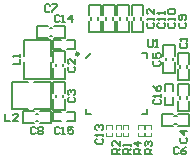
<source format=gto>
G04*
G04 #@! TF.GenerationSoftware,Altium Limited,Altium Designer,25.5.2 (35)*
G04*
G04 Layer_Color=14737632*
%FSLAX24Y24*%
%MOIN*%
G70*
G04*
G04 #@! TF.SameCoordinates,EDCD3BFB-4CC2-4931-B7ED-63257E98AB5E*
G04*
G04*
G04 #@! TF.FilePolarity,Positive*
G04*
G01*
G75*
%ADD10C,0.0098*%
%ADD11C,0.0060*%
%ADD12C,0.0079*%
%ADD13C,0.0059*%
%ADD14C,0.0049*%
%ADD15C,0.0050*%
D10*
X-1250Y984D02*
G03*
X-1250Y984I-49J0D01*
G01*
D11*
X-2096Y1161D02*
Y1437D01*
X-1388Y1161D02*
Y1437D01*
X-1644Y1161D02*
X-1388D01*
X-2096D02*
X-1841D01*
X-1644Y1437D02*
X-1388D01*
X-2096D02*
X-1841D01*
X-2628Y1909D02*
X-2264D01*
X-2067D02*
X-1703D01*
X-2628Y1516D02*
X-2264D01*
X-2067D02*
X-1703D01*
Y1909D01*
X-2628Y1516D02*
Y1909D01*
X1614Y-718D02*
X1890D01*
X1614Y-10D02*
X1890D01*
Y-266D02*
Y-10D01*
Y-718D02*
Y-463D01*
X1614Y-266D02*
Y-10D01*
Y-718D02*
Y-463D01*
X1575Y344D02*
X1969D01*
X1575Y1270D02*
X1969D01*
Y906D02*
Y1270D01*
Y344D02*
Y709D01*
X1575Y906D02*
Y1270D01*
Y344D02*
Y709D01*
X-2096Y-965D02*
X-1841D01*
X-1644D02*
X-1388D01*
X-2096Y-1240D02*
X-1841D01*
X-1644D02*
X-1388D01*
Y-965D01*
X-2096Y-1240D02*
Y-965D01*
X-906Y1703D02*
X-512D01*
X-906Y2628D02*
X-512D01*
Y2264D02*
Y2628D01*
Y1703D02*
Y2067D01*
X-906Y2264D02*
Y2628D01*
Y1703D02*
Y2067D01*
X-433Y1703D02*
X-39D01*
X-433Y2628D02*
X-39D01*
Y2264D02*
Y2628D01*
Y1703D02*
Y2067D01*
X-433Y2264D02*
Y2628D01*
Y1703D02*
Y2067D01*
X39Y1703D02*
X433D01*
X39Y2628D02*
X433D01*
Y2264D02*
Y2628D01*
Y1703D02*
Y2067D01*
X39Y2264D02*
Y2628D01*
Y1703D02*
Y2067D01*
X512Y1703D02*
X906D01*
X512Y2628D02*
X906D01*
Y2264D02*
Y2628D01*
Y1703D02*
Y2067D01*
X512Y2264D02*
Y2628D01*
Y1703D02*
Y2067D01*
X-3110Y-1319D02*
Y-925D01*
X-2185Y-1319D02*
Y-925D01*
X-2549Y-1319D02*
X-2185D01*
X-3110D02*
X-2746D01*
X-2549Y-925D02*
X-2185D01*
X-3110D02*
X-2746D01*
X1516Y-1417D02*
Y-1024D01*
X2441Y-1417D02*
Y-1024D01*
X2077Y-1417D02*
X2441D01*
X1516D02*
X1880D01*
X2077Y-1024D02*
X2441D01*
X1516D02*
X1880D01*
X2047Y-10D02*
X2441D01*
X2047Y-935D02*
X2441D01*
X2047D02*
Y-571D01*
Y-374D02*
Y-10D01*
X2441Y-935D02*
Y-571D01*
Y-374D02*
Y-10D01*
X-2096Y49D02*
X-1703D01*
X-2096Y-876D02*
X-1703D01*
X-2096D02*
Y-512D01*
Y-315D02*
Y49D01*
X-1703Y-876D02*
Y-512D01*
Y-315D02*
Y49D01*
X-2096Y148D02*
X-1703D01*
X-2096Y1073D02*
X-1703D01*
Y709D02*
Y1073D01*
Y148D02*
Y512D01*
X-2096Y709D02*
Y1073D01*
Y148D02*
Y512D01*
X2047Y98D02*
X2441D01*
X2047Y1024D02*
X2441D01*
Y659D02*
Y1024D01*
Y98D02*
Y463D01*
X2047Y659D02*
Y1024D01*
Y98D02*
Y463D01*
D12*
X-2205Y1831D02*
X-2126D01*
X-2205Y1594D02*
X-2126D01*
X1890Y768D02*
Y846D01*
X1654Y768D02*
Y846D01*
X-591Y2126D02*
Y2205D01*
X-827Y2126D02*
Y2205D01*
X-118Y2126D02*
Y2205D01*
X-354Y2126D02*
Y2205D01*
X354Y2126D02*
Y2205D01*
X118Y2126D02*
Y2205D01*
X827Y2126D02*
Y2205D01*
X591Y2126D02*
Y2205D01*
X-2687Y-1240D02*
X-2608D01*
X-2687Y-1004D02*
X-2608D01*
X1939Y-1339D02*
X2018D01*
X1939Y-1102D02*
X2018D01*
X2126Y-512D02*
Y-433D01*
X2362Y-512D02*
Y-433D01*
X-2018Y-453D02*
Y-374D01*
X-1781Y-453D02*
Y-374D01*
X-1781Y571D02*
Y650D01*
X-2018Y571D02*
Y650D01*
X2362Y522D02*
Y600D01*
X2126Y522D02*
Y600D01*
D13*
X-2735Y-854D02*
X-2185D01*
Y46D01*
X-2735D02*
X-2185D01*
X-3485D02*
X-2935D01*
X-3485Y-854D02*
Y46D01*
Y-854D02*
X-2935D01*
X-3088Y147D02*
Y697D01*
Y147D02*
X-2188D01*
Y697D01*
Y897D02*
Y1447D01*
X-3088D02*
X-2188D01*
X-3088Y897D02*
Y1447D01*
X-1014Y856D02*
X-856Y1014D01*
X856D02*
X1014D01*
Y856D02*
Y1014D01*
Y-1014D02*
Y-856D01*
X856Y-1014D02*
X1014D01*
X-1014D02*
Y-856D01*
Y-1014D02*
X-856D01*
D14*
X-323Y-1768D02*
Y-1644D01*
Y-1506D02*
Y-1382D01*
X-150Y-1768D02*
Y-1644D01*
Y-1506D02*
Y-1382D01*
X-323D02*
X-150D01*
X-323Y-1768D02*
X-150D01*
X228Y-1768D02*
X402D01*
X228Y-1382D02*
X402D01*
Y-1506D02*
Y-1382D01*
Y-1768D02*
Y-1644D01*
X228Y-1506D02*
Y-1382D01*
Y-1768D02*
Y-1644D01*
X-8Y-1768D02*
X165D01*
X-8Y-1382D02*
X165D01*
Y-1506D02*
Y-1382D01*
Y-1768D02*
Y-1644D01*
X-8Y-1506D02*
Y-1382D01*
Y-1768D02*
Y-1644D01*
X976Y-1768D02*
Y-1644D01*
Y-1506D02*
Y-1382D01*
X1150Y-1768D02*
Y-1644D01*
Y-1506D02*
Y-1382D01*
X976D02*
X1150D01*
X976Y-1768D02*
X1150D01*
X740D02*
X913D01*
X740Y-1382D02*
X913D01*
Y-1506D02*
Y-1382D01*
Y-1768D02*
Y-1644D01*
X740Y-1506D02*
Y-1382D01*
Y-1768D02*
Y-1644D01*
D15*
X-1888Y-1491D02*
X-1930Y-1450D01*
X-2013D01*
X-2055Y-1491D01*
Y-1658D01*
X-2013Y-1700D01*
X-1930D01*
X-1888Y-1658D01*
X-1805Y-1700D02*
X-1721D01*
X-1763D01*
Y-1450D01*
X-1805Y-1491D01*
X-1430Y-1450D02*
X-1596D01*
Y-1575D01*
X-1513Y-1533D01*
X-1471D01*
X-1430Y-1575D01*
Y-1658D01*
X-1471Y-1700D01*
X-1555D01*
X-1596Y-1658D01*
X-1888Y2239D02*
X-1930Y2280D01*
X-2013D01*
X-2055Y2239D01*
Y2072D01*
X-2013Y2031D01*
X-1930D01*
X-1888Y2072D01*
X-1805Y2031D02*
X-1721D01*
X-1763D01*
Y2280D01*
X-1805Y2239D01*
X-1471Y2031D02*
Y2280D01*
X-1596Y2156D01*
X-1430D01*
X1285Y-530D02*
X1243Y-571D01*
Y-655D01*
X1285Y-696D01*
X1451D01*
X1493Y-655D01*
Y-571D01*
X1451Y-530D01*
X1493Y-446D02*
Y-363D01*
Y-405D01*
X1243D01*
X1285Y-446D01*
X1243Y-71D02*
X1285Y-155D01*
X1368Y-238D01*
X1451D01*
X1493Y-196D01*
Y-113D01*
X1451Y-71D01*
X1410D01*
X1368Y-113D01*
Y-238D01*
X1054Y1464D02*
Y1255D01*
X1096Y1214D01*
X1179D01*
X1220Y1255D01*
Y1464D01*
X1304Y1214D02*
X1387D01*
X1345D01*
Y1464D01*
X1304Y1422D01*
X-654Y-1839D02*
X-696Y-1880D01*
Y-1964D01*
X-654Y-2005D01*
X-488D01*
X-446Y-1964D01*
Y-1880D01*
X-488Y-1839D01*
X-446Y-1755D02*
Y-1672D01*
Y-1714D01*
X-696D01*
X-654Y-1755D01*
Y-1547D02*
X-696Y-1505D01*
Y-1422D01*
X-654Y-1381D01*
X-613D01*
X-571Y-1422D01*
Y-1464D01*
Y-1422D01*
X-529Y-1381D01*
X-488D01*
X-446Y-1422D01*
Y-1505D01*
X-488Y-1547D01*
X1058Y2028D02*
X1017Y1986D01*
Y1903D01*
X1058Y1861D01*
X1225D01*
X1267Y1903D01*
Y1986D01*
X1225Y2028D01*
X1267Y2111D02*
Y2194D01*
Y2153D01*
X1017D01*
X1058Y2111D01*
X1267Y2486D02*
Y2319D01*
X1100Y2486D01*
X1058D01*
X1017Y2444D01*
Y2361D01*
X1058Y2319D01*
X1413Y2028D02*
X1371Y1986D01*
Y1903D01*
X1413Y1861D01*
X1579D01*
X1621Y1903D01*
Y1986D01*
X1579Y2028D01*
X1621Y2111D02*
Y2194D01*
Y2153D01*
X1371D01*
X1413Y2111D01*
X1621Y2319D02*
Y2403D01*
Y2361D01*
X1371D01*
X1413Y2319D01*
X1767Y2028D02*
X1725Y1986D01*
Y1903D01*
X1767Y1861D01*
X1934D01*
X1975Y1903D01*
Y1986D01*
X1934Y2028D01*
X1975Y2111D02*
Y2194D01*
Y2153D01*
X1725D01*
X1767Y2111D01*
Y2319D02*
X1725Y2361D01*
Y2444D01*
X1767Y2486D01*
X1934D01*
X1975Y2444D01*
Y2361D01*
X1934Y2319D01*
X1767D01*
X2121Y2028D02*
X2080Y1986D01*
Y1903D01*
X2121Y1861D01*
X2288D01*
X2330Y1903D01*
Y1986D01*
X2288Y2028D01*
Y2111D02*
X2330Y2153D01*
Y2236D01*
X2288Y2278D01*
X2121D01*
X2080Y2236D01*
Y2153D01*
X2121Y2111D01*
X2163D01*
X2205Y2153D01*
Y2278D01*
X-2689Y-1491D02*
X-2731Y-1450D01*
X-2814D01*
X-2856Y-1491D01*
Y-1658D01*
X-2814Y-1700D01*
X-2731D01*
X-2689Y-1658D01*
X-2606Y-1491D02*
X-2564Y-1450D01*
X-2481D01*
X-2439Y-1491D01*
Y-1533D01*
X-2481Y-1575D01*
X-2439Y-1616D01*
Y-1658D01*
X-2481Y-1700D01*
X-2564D01*
X-2606Y-1658D01*
Y-1616D01*
X-2564Y-1575D01*
X-2606Y-1533D01*
Y-1491D01*
X-2564Y-1575D02*
X-2481D01*
X836Y-2352D02*
X586D01*
Y-2227D01*
X627Y-2185D01*
X711D01*
X752Y-2227D01*
Y-2352D01*
Y-2268D02*
X836Y-2185D01*
Y-1977D02*
X586D01*
X711Y-2102D01*
Y-1935D01*
X1198Y-2352D02*
X948D01*
Y-2227D01*
X990Y-2185D01*
X1073D01*
X1114Y-2227D01*
Y-2352D01*
Y-2268D02*
X1198Y-2185D01*
X990Y-2102D02*
X948Y-2060D01*
Y-1977D01*
X990Y-1935D01*
X1031D01*
X1073Y-1977D01*
Y-2018D01*
Y-1977D01*
X1114Y-1935D01*
X1156D01*
X1198Y-1977D01*
Y-2060D01*
X1156Y-2102D01*
X117Y-2352D02*
X-133D01*
Y-2227D01*
X-91Y-2185D01*
X-8D01*
X34Y-2227D01*
Y-2352D01*
Y-2268D02*
X117Y-2185D01*
Y-1935D02*
Y-2102D01*
X-50Y-1935D01*
X-91D01*
X-133Y-1977D01*
Y-2060D01*
X-91Y-2102D01*
X479Y-2352D02*
X229D01*
Y-2227D01*
X271Y-2185D01*
X354D01*
X396Y-2227D01*
Y-2352D01*
Y-2268D02*
X479Y-2185D01*
Y-2102D02*
Y-2018D01*
Y-2060D01*
X229D01*
X271Y-2102D01*
X2161Y-1809D02*
X2119Y-1851D01*
Y-1934D01*
X2161Y-1976D01*
X2327D01*
X2369Y-1934D01*
Y-1851D01*
X2327Y-1809D01*
X2369Y-1601D02*
X2119D01*
X2244Y-1726D01*
Y-1559D01*
X-1570Y561D02*
X-1611Y519D01*
Y436D01*
X-1570Y394D01*
X-1403D01*
X-1361Y436D01*
Y519D01*
X-1403Y561D01*
X-1361Y811D02*
Y644D01*
X-1528Y811D01*
X-1570D01*
X-1611Y769D01*
Y686D01*
X-1570Y644D01*
X1275Y756D02*
X1233Y714D01*
Y631D01*
X1275Y589D01*
X1442D01*
X1483Y631D01*
Y714D01*
X1442Y756D01*
X1233Y1006D02*
Y839D01*
X1358D01*
X1317Y922D01*
Y964D01*
X1358Y1006D01*
X1442D01*
X1483Y964D01*
Y881D01*
X1442Y839D01*
X2084Y-2161D02*
X2043Y-2119D01*
X1959D01*
X1918Y-2161D01*
Y-2327D01*
X1959Y-2369D01*
X2043D01*
X2084Y-2327D01*
X2334Y-2119D02*
X2251Y-2161D01*
X2168Y-2244D01*
Y-2327D01*
X2209Y-2369D01*
X2293D01*
X2334Y-2327D01*
Y-2286D01*
X2293Y-2244D01*
X2168D01*
X-3452Y631D02*
X-3202D01*
Y797D01*
Y881D02*
Y964D01*
Y922D01*
X-3452D01*
X-3410Y881D01*
X-3693Y-1017D02*
Y-1267D01*
X-3526D01*
X-3276D02*
X-3443D01*
X-3276Y-1100D01*
Y-1058D01*
X-3318Y-1017D01*
X-3401D01*
X-3443Y-1058D01*
X2161Y1339D02*
X2119Y1297D01*
Y1214D01*
X2161Y1172D01*
X2327D01*
X2369Y1214D01*
Y1297D01*
X2327Y1339D01*
X2369Y1422D02*
Y1505D01*
Y1464D01*
X2119D01*
X2161Y1422D01*
X-1579Y-463D02*
X-1621Y-504D01*
Y-587D01*
X-1579Y-629D01*
X-1413D01*
X-1371Y-587D01*
Y-504D01*
X-1413Y-463D01*
X-1579Y-379D02*
X-1621Y-338D01*
Y-254D01*
X-1579Y-213D01*
X-1538D01*
X-1496Y-254D01*
Y-296D01*
Y-254D01*
X-1454Y-213D01*
X-1413D01*
X-1371Y-254D01*
Y-338D01*
X-1413Y-379D01*
X-2207Y2593D02*
X-2249Y2635D01*
X-2332D01*
X-2374Y2593D01*
Y2427D01*
X-2332Y2385D01*
X-2249D01*
X-2207Y2427D01*
X-2124Y2635D02*
X-1957D01*
Y2593D01*
X-2124Y2427D01*
Y2385D01*
M02*

</source>
